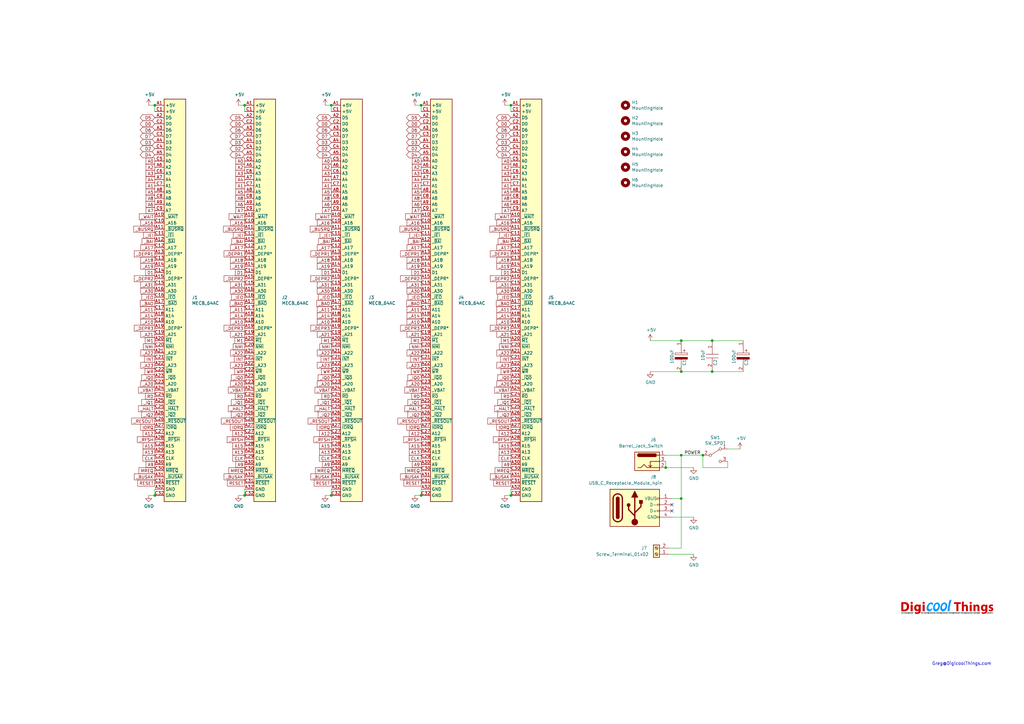
<source format=kicad_sch>
(kicad_sch (version 20230121) (generator eeschema)
  (paper "A3")
  (title_block (title "MECB (Minimalist Europe Card Bus) Backplane") (date "2021-10") (rev "1.1") (company "DigicoolThings.com") (comment 1 "Connectors 1-4 vertical. Connector 5 horizontal for board access or backplane expansion.") (comment 2 "Utilising economical (but robust and keyed!) 2 row only DIN 41612 (row AC) connectors.") (comment 3 "Standardised sub 100mm square PCB size for low cost prototype PCB manufacturing.") (comment 4 "Minimal ECB implementation as low cost option for modular hobbyist 8-bit retro projects."))
  (lib_symbols
    (symbol "Connector:Barrel_Jack_Switch" (pin_names hide)
      (property "Reference" "J" (at 0 5.334 0))
      (property "Value" "Barrel_Jack_Switch" (at 0 -5.08 0))
      (symbol "Barrel_Jack_Switch_1_1"
        (pin passive line (at 7.62 2.54 180) (length 2.54) (name "~") (number "1"))
        (pin passive line (at 7.62 -2.54 180) (length 2.54) (name "~") (number "2"))
        (pin passive line (at 7.62 0 180) (length 2.54) (name "~") (number "3"))
      )
    )
    (symbol "Connector:Screw_Terminal_01x02" (pin_names (offset 1.016) hide)
      (property "Reference" "J" (at 0 2.54 0))
      (property "Value" "Screw_Terminal_01x02" (at 0 -5.08 0))
      (symbol "Screw_Terminal_01x02_1_1"
        (pin passive line (at -5.08 0 0) (length 3.81) (name "Pin_1") (number "1"))
        (pin passive line (at -5.08 -2.54 0) (length 3.81) (name "Pin_2") (number "2"))
      )
    )
    (symbol "Mechanical:MountingHole" (pin_names (offset 1.016))
      (property "Reference" "H" (at 0 5.08 0))
      (property "Value" "MountingHole" (at 0 3.175 0))
    )
    (symbol "MyCustomSymbolLibrary:MECB_64AC"
      (property "Reference" "J" (at 0 85.09 0))
      (property "Value" "MECB_64AC" (at 6.35 1.27 90))
      (symbol "MECB_64AC_1_1"
        (pin power_out line (at -7.62 81.28 0) (length 3.81) (name "+5V") (number "A1"))
        (pin passive line (at -7.62 35.56 0) (length 3.81) (name "_~{WAIT}") (number "A10"))
        (pin passive line (at -7.62 30.48 0) (length 3.81) (name "_~{BUSRQ}") (number "A11"))
        (pin passive line (at -7.62 25.4 0) (length 3.81) (name "_~{BAI}") (number "A12"))
        (pin passive line (at -7.62 20.32 0) (length 3.81) (name "_DEPR*") (number "A13"))
        (pin passive line (at -7.62 15.24 0) (length 3.81) (name "_A19") (number "A14"))
        (pin passive line (at -7.62 10.16 0) (length 3.81) (name "_DEPR*") (number "A15"))
        (pin passive line (at -7.62 5.08 0) (length 3.81) (name "_A30") (number "A16"))
        (pin passive line (at -7.62 0 0) (length 3.81) (name "_~{BAO}") (number "A17"))
        (pin passive line (at -7.62 -5.08 0) (length 3.81) (name "A14") (number "A18"))
        (pin passive line (at -7.62 -10.16 0) (length 3.81) (name "_DEPR*") (number "A19"))
        (pin bidirectional line (at -7.62 76.2 0) (length 3.81) (name "D5") (number "A2"))
        (pin passive line (at -7.62 -15.24 0) (length 3.81) (name "~{M1}") (number "A20"))
        (pin passive line (at -7.62 -20.32 0) (length 3.81) (name "_A22") (number "A21"))
        (pin passive line (at -7.62 -25.4 0) (length 3.81) (name "_A23") (number "A22"))
        (pin passive line (at -7.62 -30.48 0) (length 3.81) (name "_~{IQ0}") (number "A23"))
        (pin passive line (at -7.62 -35.56 0) (length 3.81) (name "_VBAT") (number "A24"))
        (pin passive line (at -7.62 -40.64 0) (length 3.81) (name "_~{IQ1}") (number "A25"))
        (pin passive line (at -7.62 -45.72 0) (length 3.81) (name "_~{IQ2}") (number "A26"))
        (pin passive line (at -7.62 -50.8 0) (length 3.81) (name "~{IORQ}") (number "A27"))
        (pin passive line (at -7.62 -55.88 0) (length 3.81) (name "_~{RFSH}") (number "A28"))
        (pin passive line (at -7.62 -60.96 0) (length 3.81) (name "A13") (number "A29"))
        (pin bidirectional line (at -7.62 71.12 0) (length 3.81) (name "D6") (number "A3"))
        (pin passive line (at -7.62 -66.04 0) (length 3.81) (name "A9") (number "A30"))
        (pin passive line (at -7.62 -71.12 0) (length 3.81) (name "_~{BUSAK}") (number "A31"))
        (pin power_out line (at -7.62 -76.2 0) (length 3.81) (name "GND") (number "A32"))
        (pin bidirectional line (at -7.62 66.04 0) (length 3.81) (name "D3") (number "A4"))
        (pin bidirectional line (at -7.62 60.96 0) (length 3.81) (name "D4") (number "A5"))
        (pin passive line (at -7.62 55.88 0) (length 3.81) (name "A2") (number "A6"))
        (pin passive line (at -7.62 50.8 0) (length 3.81) (name "A4") (number "A7"))
        (pin passive line (at -7.62 45.72 0) (length 3.81) (name "A5") (number "A8"))
        (pin passive line (at -7.62 40.64 0) (length 3.81) (name "A6") (number "A9"))
        (pin power_out line (at -7.62 78.74 0) (length 3.81) (name "+5V") (number "C1"))
        (pin passive line (at -7.62 33.02 0) (length 3.81) (name "_A16") (number "C10"))
        (pin passive line (at -7.62 27.94 0) (length 3.81) (name "_~{IEI}") (number "C11"))
        (pin passive line (at -7.62 22.86 0) (length 3.81) (name "_A17") (number "C12"))
        (pin passive line (at -7.62 17.78 0) (length 3.81) (name "_A18") (number "C13"))
        (pin bidirectional line (at -7.62 12.7 0) (length 3.81) (name "D1") (number "C14"))
        (pin passive line (at -7.62 7.62 0) (length 3.81) (name "_A31") (number "C15"))
        (pin passive line (at -7.62 2.54 0) (length 3.81) (name "_~{IEO}") (number "C16"))
        (pin passive line (at -7.62 -2.54 0) (length 3.81) (name "A11") (number "C17"))
        (pin passive line (at -7.62 -7.62 0) (length 3.81) (name "A10") (number "C18"))
        (pin passive line (at -7.62 -12.7 0) (length 3.81) (name "_A21") (number "C19"))
        (pin bidirectional line (at -7.62 73.66 0) (length 3.81) (name "D0") (number "C2"))
        (pin passive line (at -7.62 -17.78 0) (length 3.81) (name "~{NMI}") (number "C20"))
        (pin passive line (at -7.62 -22.86 0) (length 3.81) (name "~{INT}") (number "C21"))
        (pin passive line (at -7.62 -27.94 0) (length 3.81) (name "~{WR}") (number "C22"))
        (pin passive line (at -7.62 -33.02 0) (length 3.81) (name "_A20") (number "C23"))
        (pin passive line (at -7.62 -38.1 0) (length 3.81) (name "~{RD}") (number "C24"))
        (pin passive line (at -7.62 -43.18 0) (length 3.81) (name "_~{HALT}") (number "C25"))
        (pin passive line (at -7.62 -48.26 0) (length 3.81) (name "_~{RESOUT}") (number "C26"))
        (pin passive line (at -7.62 -53.34 0) (length 3.81) (name "A12") (number "C27"))
        (pin passive line (at -7.62 -58.42 0) (length 3.81) (name "A15") (number "C28"))
        (pin passive line (at -7.62 -63.5 0) (length 3.81) (name "CLK") (number "C29"))
        (pin bidirectional line (at -7.62 68.58 0) (length 3.81) (name "D7") (number "C3"))
        (pin passive line (at -7.62 -68.58 0) (length 3.81) (name "~{MREQ}") (number "C30"))
        (pin passive line (at -7.62 -73.66 0) (length 3.81) (name "~{RESET}") (number "C31"))
        (pin power_out line (at -7.62 -78.74 0) (length 3.81) (name "GND") (number "C32"))
        (pin bidirectional line (at -7.62 63.5 0) (length 3.81) (name "D2") (number "C4"))
        (pin passive line (at -7.62 58.42 0) (length 3.81) (name "A0") (number "C5"))
        (pin passive line (at -7.62 53.34 0) (length 3.81) (name "A3") (number "C6"))
        (pin passive line (at -7.62 48.26 0) (length 3.81) (name "A1") (number "C7"))
        (pin passive line (at -7.62 43.18 0) (length 3.81) (name "A8") (number "C8"))
        (pin passive line (at -7.62 38.1 0) (length 3.81) (name "A7") (number "C9"))
      )
    )
    (symbol "MyCustomSymbolLibrary:USB_C_Receptacle_Module_4pin" (pin_names (offset 1.016))
      (property "Reference" "J" (at -0.762 -9.144 0))
      (property "Value" "USB_C_Receptacle_Module_4pin" (at 15.494 9.398 0))
      (symbol "USB_C_Receptacle_Module_4pin_1_1"
        (pin passive line (at 15.24 3.81 180) (length 5.08) (name "VBUS") (number "1"))
        (pin bidirectional line (at 15.24 1.27 180) (length 5.08) (name "D-") (number "2"))
        (pin bidirectional line (at 15.24 -1.27 180) (length 5.08) (name "D+") (number "3"))
        (pin passive line (at 15.24 -3.81 180) (length 5.08) (name "GND") (number "4"))
      )
    )
    (symbol "SamacSys_Parts:ECE-A1CKA101B" (pin_names (offset 0.762))
      (property "Reference" "C" (at 8.89 6.35 0))
      (property "Value" "ECE-A1CKA101B" (at 8.89 3.81 0))
      (symbol "ECE-A1CKA101B_0_0"
        (pin passive line (at 0 0 0) (length 2.54) (name "~") (number "1"))
        (pin passive line (at 12.7 0 180) (length 2.54) (name "~") (number "2"))
      )
    )
    (symbol "SamacSys_Parts:FG24X7R1A106KRT06" (pin_names (offset 0.762))
      (property "Reference" "C" (at 8.89 6.35 0))
      (property "Value" "FG24X7R1A106KRT06" (at 8.89 3.81 0))
      (symbol "FG24X7R1A106KRT06_0_0"
        (pin passive line (at 0 0 0) (length 5.08) (name "~") (number "1"))
        (pin passive line (at 12.7 0 180) (length 5.08) (name "~") (number "2"))
      )
    )
    (symbol "Switch:SW_SPDT" (pin_names (offset 0) hide)
      (property "Reference" "SW" (at 0 4.318 0))
      (property "Value" "SW_SPDT" (at 0 -5.08 0))
      (symbol "SW_SPDT_1_1"
        (pin passive line (at 5.08 2.54 180) (length 2.54) (name "A") (number "1"))
        (pin passive line (at -5.08 0 0) (length 2.54) (name "B") (number "2"))
        (pin passive line (at 5.08 -2.54 180) (length 2.54) (name "C") (number "3"))
      )
    )
    (symbol "power:+5V" (power) (pin_names (offset 0))
      (property "Value" "+5V" (at 0 3.556 0))
      (symbol "+5V_1_1"
        (pin power_in line (at 0 0 90) (length 0) hide (name "+5V") (number "1"))
      )
    )
    (symbol "power:GND" (power) (pin_names (offset 0))
      (property "Value" "GND" (at 0 -3.81 0))
      (symbol "GND_1_1"
        (pin power_in line (at 0 0 270) (length 0) hide (name "GND") (number "1"))
      )
    )
  )
  (junction (at 63.5 43.18))
  (junction (at 279.4 152.4))
  (junction (at 100.33 43.18))
  (junction (at 209.55 43.18))
  (junction (at 63.5 203.2))
  (junction (at 288.29 186.69))
  (junction (at 292.1 139.7))
  (junction (at 100.33 203.2))
  (junction (at 279.4 139.7))
  (junction (at 135.89 43.18))
  (junction (at 279.4 186.69))
  (junction (at 292.1 152.4))
  (junction (at 273.05 191.77))
  (junction (at 172.72 43.18))
  (junction (at 279.4 204.47))
  (junction (at 209.55 203.2))
  (junction (at 135.89 203.2))
  (junction (at 172.72 203.2))
  (no_connect (at 275.59 207.01))
  (no_connect (at 275.59 209.55))
  (wire (pts (xy 279.4 152.4) (xy 292.1 152.4)))
  (wire (pts (xy 207.01 43.18) (xy 209.55 43.18)))
  (wire (pts (xy 97.79 203.2) (xy 100.33 203.2)))
  (wire (pts (xy 279.4 139.7) (xy 292.1 139.7)))
  (wire (pts (xy 279.4 224.79) (xy 274.32 224.79)))
  (wire (pts (xy 135.89 43.18) (xy 135.89 45.72)))
  (wire (pts (xy 97.79 43.18) (xy 100.33 43.18)))
  (wire (pts (xy 63.5 43.18) (xy 63.5 45.72)))
  (wire (pts (xy 279.4 204.47) (xy 279.4 186.69)))
  (wire (pts (xy 266.7 139.7) (xy 279.4 139.7)))
  (wire (pts (xy 209.55 203.2) (xy 209.55 200.66)))
  (wire (pts (xy 298.45 189.23) (xy 298.45 191.77)))
  (wire (pts (xy 288.29 191.77) (xy 288.29 186.69)))
  (wire (pts (xy 172.72 43.18) (xy 172.72 45.72)))
  (wire (pts (xy 298.45 184.15) (xy 303.53 184.15)))
  (wire (pts (xy 133.35 203.2) (xy 135.89 203.2)))
  (wire (pts (xy 275.59 212.09) (xy 284.48 212.09)))
  (wire (pts (xy 279.4 204.47) (xy 279.4 224.79)))
  (wire (pts (xy 133.35 43.18) (xy 135.89 43.18)))
  (wire (pts (xy 292.1 139.7) (xy 304.8 139.7)))
  (wire (pts (xy 273.05 191.77) (xy 284.48 191.77)))
  (wire (pts (xy 273.05 186.69) (xy 279.4 186.69)))
  (wire (pts (xy 170.18 203.2) (xy 172.72 203.2)))
  (wire (pts (xy 60.96 203.2) (xy 63.5 203.2)))
  (wire (pts (xy 209.55 43.18) (xy 209.55 45.72)))
  (wire (pts (xy 274.32 227.33) (xy 284.48 227.33)))
  (wire (pts (xy 292.1 152.4) (xy 304.8 152.4)))
  (wire (pts (xy 279.4 186.69) (xy 288.29 186.69)))
  (wire (pts (xy 100.33 43.18) (xy 100.33 45.72)))
  (wire (pts (xy 298.45 191.77) (xy 288.29 191.77)))
  (wire (pts (xy 275.59 204.47) (xy 279.4 204.47)))
  (wire (pts (xy 207.01 203.2) (xy 209.55 203.2)))
  (wire (pts (xy 60.96 43.18) (xy 63.5 43.18)))
  (wire (pts (xy 100.33 203.2) (xy 100.33 200.66)))
  (wire (pts (xy 266.7 152.4) (xy 279.4 152.4)))
  (wire (pts (xy 135.89 203.2) (xy 135.89 200.66)))
  (wire (pts (xy 170.18 43.18) (xy 172.72 43.18)))
  (wire (pts (xy 172.72 203.2) (xy 172.72 200.66)))
  (wire (pts (xy 273.05 189.23) (xy 273.05 191.77)))
  (wire (pts (xy 63.5 203.2) (xy 63.5 200.66)))
  (image (at 388.62 248.92))
  (text "Greg@DigicoolThings.com" (at 382.27 273.05 0) (effects (font (size 1.27 1.27)) (justify left bottom)))
  (label "POWER" (at 280.67 186.69 0))
  (global_label "INT" (shape passive) (at 135.89 147.32 180) (property "Intersheetrefs" "${INTERSHEET_REFS}" (effects hide)))
  (global_label "A1" (shape passive) (at 135.89 76.2 180) (property "Intersheetrefs" "${INTERSHEET_REFS}" (effects hide)))
  (global_label "_A20" (shape passive) (at 209.55 157.48 180) (property "Intersheetrefs" "${INTERSHEET_REFS}" (effects hide)))
  (global_label "A2" (shape passive) (at 100.33 68.58 180) (property "Intersheetrefs" "${INTERSHEET_REFS}" (effects hide)))
  (global_label "D4" (shape bidirectional) (at 100.33 63.5 180) (property "Intersheetrefs" "${INTERSHEET_REFS}" (effects hide)))
  (global_label "IORQ" (shape passive) (at 100.33 175.26 180) (property "Intersheetrefs" "${INTERSHEET_REFS}" (effects hide)))
  (global_label "_A18" (shape passive) (at 135.89 106.68 180) (property "Intersheetrefs" "${INTERSHEET_REFS}" (effects hide)))
  (global_label "D0" (shape bidirectional) (at 135.89 50.8 180) (property "Intersheetrefs" "${INTERSHEET_REFS}" (effects hide)))
  (global_label "_RESOUT" (shape passive) (at 172.72 172.72 180) (property "Intersheetrefs" "${INTERSHEET_REFS}" (effects hide)))
  (global_label "RD" (shape passive) (at 172.72 162.56 180) (property "Intersheetrefs" "${INTERSHEET_REFS}" (effects hide)))
  (global_label "A6" (shape passive) (at 63.5 83.82 180) (property "Intersheetrefs" "${INTERSHEET_REFS}" (effects hide)))
  (global_label "A5" (shape passive) (at 172.72 78.74 180) (property "Intersheetrefs" "${INTERSHEET_REFS}" (effects hide)))
  (global_label "NMI" (shape passive) (at 135.89 142.24 180) (property "Intersheetrefs" "${INTERSHEET_REFS}" (effects hide)))
  (global_label "_A23" (shape passive) (at 209.55 149.86 180) (property "Intersheetrefs" "${INTERSHEET_REFS}" (effects hide)))
  (global_label "_A23" (shape passive) (at 135.89 149.86 180) (property "Intersheetrefs" "${INTERSHEET_REFS}" (effects hide)))
  (global_label "_A10" (shape passive) (at 209.55 132.08 180) (property "Intersheetrefs" "${INTERSHEET_REFS}" (effects hide)))
  (global_label "_A18" (shape passive) (at 63.5 106.68 180) (property "Intersheetrefs" "${INTERSHEET_REFS}" (effects hide)))
  (global_label "_A22" (shape passive) (at 135.89 144.78 180) (property "Intersheetrefs" "${INTERSHEET_REFS}" (effects hide)))
  (global_label "D1" (shape passive) (at 172.72 111.76 180) (property "Intersheetrefs" "${INTERSHEET_REFS}" (effects hide)))
  (global_label "D1" (shape passive) (at 209.55 111.76 180) (property "Intersheetrefs" "${INTERSHEET_REFS}" (effects hide)))
  (global_label "D6" (shape bidirectional) (at 209.55 53.34 180) (property "Intersheetrefs" "${INTERSHEET_REFS}" (effects hide)))
  (global_label "RD" (shape passive) (at 63.5 162.56 180) (property "Intersheetrefs" "${INTERSHEET_REFS}" (effects hide)))
  (global_label "_BAI" (shape passive) (at 63.5 99.06 180) (property "Intersheetrefs" "${INTERSHEET_REFS}" (effects hide)))
  (global_label "D3" (shape bidirectional) (at 100.33 58.42 180) (property "Intersheetrefs" "${INTERSHEET_REFS}" (effects hide)))
  (global_label "_IQ1" (shape passive) (at 100.33 165.1 180) (property "Intersheetrefs" "${INTERSHEET_REFS}" (effects hide)))
  (global_label "_A10" (shape passive) (at 172.72 132.08 180) (property "Intersheetrefs" "${INTERSHEET_REFS}" (effects hide)))
  (global_label "_A20" (shape passive) (at 135.89 157.48 180) (property "Intersheetrefs" "${INTERSHEET_REFS}" (effects hide)))
  (global_label "_A19" (shape passive) (at 63.5 109.22 180) (property "Intersheetrefs" "${INTERSHEET_REFS}" (effects hide)))
  (global_label "CLK" (shape passive) (at 209.55 187.96 180) (property "Intersheetrefs" "${INTERSHEET_REFS}" (effects hide)))
  (global_label "A7" (shape passive) (at 63.5 86.36 180) (property "Intersheetrefs" "${INTERSHEET_REFS}" (effects hide)))
  (global_label "A1" (shape passive) (at 63.5 76.2 180) (property "Intersheetrefs" "${INTERSHEET_REFS}" (effects hide)))
  (global_label "RESET" (shape passive) (at 172.72 198.12 180) (property "Intersheetrefs" "${INTERSHEET_REFS}" (effects hide)))
  (global_label "_IEI" (shape passive) (at 63.5 96.52 180) (property "Intersheetrefs" "${INTERSHEET_REFS}" (effects hide)))
  (global_label "_IEI" (shape passive) (at 172.72 96.52 180) (property "Intersheetrefs" "${INTERSHEET_REFS}" (effects hide)))
  (global_label "_IQ2" (shape passive) (at 209.55 170.18 180) (property "Intersheetrefs" "${INTERSHEET_REFS}" (effects hide)))
  (global_label "_VBAT" (shape passive) (at 135.89 160.02 180) (property "Intersheetrefs" "${INTERSHEET_REFS}" (effects hide)))
  (global_label "MREQ" (shape passive) (at 209.55 193.04 180) (property "Intersheetrefs" "${INTERSHEET_REFS}" (effects hide)))
  (global_label "_A17" (shape passive) (at 135.89 101.6 180) (property "Intersheetrefs" "${INTERSHEET_REFS}" (effects hide)))
  (global_label "MREQ" (shape passive) (at 100.33 193.04 180) (property "Intersheetrefs" "${INTERSHEET_REFS}" (effects hide)))
  (global_label "A7" (shape passive) (at 135.89 86.36 180) (property "Intersheetrefs" "${INTERSHEET_REFS}" (effects hide)))
  (global_label "D0" (shape bidirectional) (at 172.72 50.8 180) (property "Intersheetrefs" "${INTERSHEET_REFS}" (effects hide)))
  (global_label "D1" (shape passive) (at 100.33 111.76 180) (property "Intersheetrefs" "${INTERSHEET_REFS}" (effects hide)))
  (global_label "RESET" (shape passive) (at 100.33 198.12 180) (property "Intersheetrefs" "${INTERSHEET_REFS}" (effects hide)))
  (global_label "_DEPR2" (shape passive) (at 63.5 114.3 180) (property "Intersheetrefs" "${INTERSHEET_REFS}" (effects hide)))
  (global_label "_HALT" (shape passive) (at 63.5 167.64 180) (property "Intersheetrefs" "${INTERSHEET_REFS}" (effects hide)))
  (global_label "NMI" (shape passive) (at 100.33 142.24 180) (property "Intersheetrefs" "${INTERSHEET_REFS}" (effects hide)))
  (global_label "_A16" (shape passive) (at 100.33 91.44 180) (property "Intersheetrefs" "${INTERSHEET_REFS}" (effects hide)))
  (global_label "CLK" (shape passive) (at 100.33 187.96 180) (property "Intersheetrefs" "${INTERSHEET_REFS}" (effects hide)))
  (global_label "_A21" (shape passive) (at 135.89 137.16 180) (property "Intersheetrefs" "${INTERSHEET_REFS}" (effects hide)))
  (global_label "A1" (shape passive) (at 209.55 76.2 180) (property "Intersheetrefs" "${INTERSHEET_REFS}" (effects hide)))
  (global_label "_HALT" (shape passive) (at 209.55 167.64 180) (property "Intersheetrefs" "${INTERSHEET_REFS}" (effects hide)))
  (global_label "_DEPR1" (shape passive) (at 63.5 104.14 180) (property "Intersheetrefs" "${INTERSHEET_REFS}" (effects hide)))
  (global_label "_IQ0" (shape passive) (at 100.33 154.94 180) (property "Intersheetrefs" "${INTERSHEET_REFS}" (effects hide)))
  (global_label "_IEO" (shape passive) (at 63.5 121.92 180) (property "Intersheetrefs" "${INTERSHEET_REFS}" (effects hide)))
  (global_label "A7" (shape passive) (at 209.55 86.36 180) (property "Intersheetrefs" "${INTERSHEET_REFS}" (effects hide)))
  (global_label "_DEPR3" (shape passive) (at 63.5 134.62 180) (property "Intersheetrefs" "${INTERSHEET_REFS}" (effects hide)))
  (global_label "_DEPR1" (shape passive) (at 172.72 104.14 180) (property "Intersheetrefs" "${INTERSHEET_REFS}" (effects hide)))
  (global_label "A13" (shape passive) (at 63.5 185.42 180) (property "Intersheetrefs" "${INTERSHEET_REFS}" (effects hide)))
  (global_label "_A20" (shape passive) (at 63.5 157.48 180) (property "Intersheetrefs" "${INTERSHEET_REFS}" (effects hide)))
  (global_label "A2" (shape passive) (at 135.89 68.58 180) (property "Intersheetrefs" "${INTERSHEET_REFS}" (effects hide)))
  (global_label "_IQ1" (shape passive) (at 172.72 165.1 180) (property "Intersheetrefs" "${INTERSHEET_REFS}" (effects hide)))
  (global_label "IORQ" (shape passive) (at 135.89 175.26 180) (property "Intersheetrefs" "${INTERSHEET_REFS}" (effects hide)))
  (global_label "_VBAT" (shape passive) (at 100.33 160.02 180) (property "Intersheetrefs" "${INTERSHEET_REFS}" (effects hide)))
  (global_label "A1" (shape passive) (at 172.72 76.2 180) (property "Intersheetrefs" "${INTERSHEET_REFS}" (effects hide)))
  (global_label "_BAO" (shape passive) (at 172.72 124.46 180) (property "Intersheetrefs" "${INTERSHEET_REFS}" (effects hide)))
  (global_label "_IQ0" (shape passive) (at 63.5 154.94 180) (property "Intersheetrefs" "${INTERSHEET_REFS}" (effects hide)))
  (global_label "_DEPR2" (shape passive) (at 100.33 114.3 180) (property "Intersheetrefs" "${INTERSHEET_REFS}" (effects hide)))
  (global_label "_RESOUT" (shape passive) (at 63.5 172.72 180) (property "Intersheetrefs" "${INTERSHEET_REFS}" (effects hide)))
  (global_label "A0" (shape passive) (at 172.72 66.04 180) (property "Intersheetrefs" "${INTERSHEET_REFS}" (effects hide)))
  (global_label "RD" (shape passive) (at 135.89 162.56 180) (property "Intersheetrefs" "${INTERSHEET_REFS}" (effects hide)))
  (global_label "_A30" (shape passive) (at 63.5 119.38 180) (property "Intersheetrefs" "${INTERSHEET_REFS}" (effects hide)))
  (global_label "_A11" (shape passive) (at 63.5 127 180) (property "Intersheetrefs" "${INTERSHEET_REFS}" (effects hide)))
  (global_label "D3" (shape bidirectional) (at 172.72 58.42 180) (property "Intersheetrefs" "${INTERSHEET_REFS}" (effects hide)))
  (global_label "A12" (shape passive) (at 209.55 177.8 180) (property "Intersheetrefs" "${INTERSHEET_REFS}" (effects hide)))
  (global_label "A8" (shape passive) (at 172.72 81.28 180) (property "Intersheetrefs" "${INTERSHEET_REFS}" (effects hide)))
  (global_label "_RESOUT" (shape passive) (at 135.89 172.72 180) (property "Intersheetrefs" "${INTERSHEET_REFS}" (effects hide)))
  (global_label "D7" (shape bidirectional) (at 172.72 55.88 180) (property "Intersheetrefs" "${INTERSHEET_REFS}" (effects hide)))
  (global_label "A0" (shape passive) (at 100.33 66.04 180) (property "Intersheetrefs" "${INTERSHEET_REFS}" (effects hide)))
  (global_label "CLK" (shape passive) (at 172.72 187.96 180) (property "Intersheetrefs" "${INTERSHEET_REFS}" (effects hide)))
  (global_label "_DEPR3" (shape passive) (at 172.72 134.62 180) (property "Intersheetrefs" "${INTERSHEET_REFS}" (effects hide)))
  (global_label "A15" (shape passive) (at 100.33 182.88 180) (property "Intersheetrefs" "${INTERSHEET_REFS}" (effects hide)))
  (global_label "_IEO" (shape passive) (at 135.89 121.92 180) (property "Intersheetrefs" "${INTERSHEET_REFS}" (effects hide)))
  (global_label "NMI" (shape passive) (at 209.55 142.24 180) (property "Intersheetrefs" "${INTERSHEET_REFS}" (effects hide)))
  (global_label "_HALT" (shape passive) (at 135.89 167.64 180) (property "Intersheetrefs" "${INTERSHEET_REFS}" (effects hide)))
  (global_label "WR" (shape passive) (at 172.72 152.4 180) (property "Intersheetrefs" "${INTERSHEET_REFS}" (effects hide)))
  (global_label "D2" (shape bidirectional) (at 209.55 60.96 180) (property "Intersheetrefs" "${INTERSHEET_REFS}" (effects hide)))
  (global_label "A4" (shape passive) (at 209.55 73.66 180) (property "Intersheetrefs" "${INTERSHEET_REFS}" (effects hide)))
  (global_label "A3" (shape passive) (at 172.72 71.12 180) (property "Intersheetrefs" "${INTERSHEET_REFS}" (effects hide)))
  (global_label "_A18" (shape passive) (at 209.55 106.68 180) (property "Intersheetrefs" "${INTERSHEET_REFS}" (effects hide)))
  (global_label "_A30" (shape passive) (at 172.72 119.38 180) (property "Intersheetrefs" "${INTERSHEET_REFS}" (effects hide)))
  (global_label "A8" (shape passive) (at 135.89 81.28 180) (property "Intersheetrefs" "${INTERSHEET_REFS}" (effects hide)))
  (global_label "A3" (shape passive) (at 63.5 71.12 180) (property "Intersheetrefs" "${INTERSHEET_REFS}" (effects hide)))
  (global_label "_A11" (shape passive) (at 172.72 127 180) (property "Intersheetrefs" "${INTERSHEET_REFS}" (effects hide)))
  (global_label "_A19" (shape passive) (at 135.89 109.22 180) (property "Intersheetrefs" "${INTERSHEET_REFS}" (effects hide)))
  (global_label "_A16" (shape passive) (at 209.55 91.44 180) (property "Intersheetrefs" "${INTERSHEET_REFS}" (effects hide)))
  (global_label "D7" (shape bidirectional) (at 135.89 55.88 180) (property "Intersheetrefs" "${INTERSHEET_REFS}" (effects hide)))
  (global_label "_A30" (shape passive) (at 209.55 119.38 180) (property "Intersheetrefs" "${INTERSHEET_REFS}" (effects hide)))
  (global_label "D7" (shape bidirectional) (at 209.55 55.88 180) (property "Intersheetrefs" "${INTERSHEET_REFS}" (effects hide)))
  (global_label "_BAO" (shape passive) (at 135.89 124.46 180) (property "Intersheetrefs" "${INTERSHEET_REFS}" (effects hide)))
  (global_label "_IEI" (shape passive) (at 100.33 96.52 180) (property "Intersheetrefs" "${INTERSHEET_REFS}" (effects hide)))
  (global_label "A3" (shape passive) (at 135.89 71.12 180) (property "Intersheetrefs" "${INTERSHEET_REFS}" (effects hide)))
  (global_label "_RESOUT" (shape passive) (at 100.33 172.72 180) (property "Intersheetrefs" "${INTERSHEET_REFS}" (effects hide)))
  (global_label "WR" (shape passive) (at 135.89 152.4 180) (property "Intersheetrefs" "${INTERSHEET_REFS}" (effects hide)))
  (global_label "_A30" (shape passive) (at 100.33 119.38 180) (property "Intersheetrefs" "${INTERSHEET_REFS}" (effects hide)))
  (global_label "A5" (shape passive) (at 135.89 78.74 180) (property "Intersheetrefs" "${INTERSHEET_REFS}" (effects hide)))
  (global_label "_BUSRQ" (shape passive) (at 63.5 93.98 180) (property "Intersheetrefs" "${INTERSHEET_REFS}" (effects hide)))
  (global_label "D5" (shape bidirectional) (at 63.5 48.26 180) (property "Intersheetrefs" "${INTERSHEET_REFS}" (effects hide)))
  (global_label "_RFSH" (shape passive) (at 63.5 180.34 180) (property "Intersheetrefs" "${INTERSHEET_REFS}" (effects hide)))
  (global_label "D2" (shape bidirectional) (at 63.5 60.96 180) (property "Intersheetrefs" "${INTERSHEET_REFS}" (effects hide)))
  (global_label "_BUSAK" (shape passive) (at 63.5 195.58 180) (property "Intersheetrefs" "${INTERSHEET_REFS}" (effects hide)))
  (global_label "_IQ1" (shape passive) (at 209.55 165.1 180) (property "Intersheetrefs" "${INTERSHEET_REFS}" (effects hide)))
  (global_label "_DEPR3" (shape passive) (at 135.89 134.62 180) (property "Intersheetrefs" "${INTERSHEET_REFS}" (effects hide)))
  (global_label "_A17" (shape passive) (at 209.55 101.6 180) (property "Intersheetrefs" "${INTERSHEET_REFS}" (effects hide)))
  (global_label "_A31" (shape passive) (at 135.89 116.84 180) (property "Intersheetrefs" "${INTERSHEET_REFS}" (effects hide)))
  (global_label "D3" (shape bidirectional) (at 135.89 58.42 180) (property "Intersheetrefs" "${INTERSHEET_REFS}" (effects hide)))
  (global_label "_WAIT" (shape passive) (at 209.55 88.9 180) (property "Intersheetrefs" "${INTERSHEET_REFS}" (effects hide)))
  (global_label "IORQ" (shape passive) (at 172.72 175.26 180) (property "Intersheetrefs" "${INTERSHEET_REFS}" (effects hide)))
  (global_label "_DEPR1" (shape passive) (at 100.33 104.14 180) (property "Intersheetrefs" "${INTERSHEET_REFS}" (effects hide)))
  (global_label "_BUSRQ" (shape passive) (at 135.89 93.98 180) (property "Intersheetrefs" "${INTERSHEET_REFS}" (effects hide)))
  (global_label "_A17" (shape passive) (at 63.5 101.6 180) (property "Intersheetrefs" "${INTERSHEET_REFS}" (effects hide)))
  (global_label "_A18" (shape passive) (at 172.72 106.68 180) (property "Intersheetrefs" "${INTERSHEET_REFS}" (effects hide)))
  (global_label "_A16" (shape passive) (at 63.5 91.44 180) (property "Intersheetrefs" "${INTERSHEET_REFS}" (effects hide)))
  (global_label "D4" (shape bidirectional) (at 63.5 63.5 180) (property "Intersheetrefs" "${INTERSHEET_REFS}" (effects hide)))
  (global_label "A15" (shape passive) (at 172.72 182.88 180) (property "Intersheetrefs" "${INTERSHEET_REFS}" (effects hide)))
  (global_label "_A14" (shape passive) (at 100.33 129.54 180) (property "Intersheetrefs" "${INTERSHEET_REFS}" (effects hide)))
  (global_label "_IQ2" (shape passive) (at 135.89 170.18 180) (property "Intersheetrefs" "${INTERSHEET_REFS}" (effects hide)))
  (global_label "_A10" (shape passive) (at 100.33 132.08 180) (property "Intersheetrefs" "${INTERSHEET_REFS}" (effects hide)))
  (global_label "_A19" (shape passive) (at 209.55 109.22 180) (property "Intersheetrefs" "${INTERSHEET_REFS}" (effects hide)))
  (global_label "M1" (shape passive) (at 135.89 139.7 180) (property "Intersheetrefs" "${INTERSHEET_REFS}" (effects hide)))
  (global_label "D3" (shape bidirectional) (at 63.5 58.42 180) (property "Intersheetrefs" "${INTERSHEET_REFS}" (effects hide)))
  (global_label "_DEPR1" (shape passive) (at 209.55 104.14 180) (property "Intersheetrefs" "${INTERSHEET_REFS}" (effects hide)))
  (global_label "A8" (shape passive) (at 100.33 81.28 180) (property "Intersheetrefs" "${INTERSHEET_REFS}" (effects hide)))
  (global_label "_DEPR2" (shape passive) (at 172.72 114.3 180) (property "Intersheetrefs" "${INTERSHEET_REFS}" (effects hide)))
  (global_label "_BAI" (shape passive) (at 209.55 99.06 180) (property "Intersheetrefs" "${INTERSHEET_REFS}" (effects hide)))
  (global_label "D4" (shape bidirectional) (at 209.55 63.5 180) (property "Intersheetrefs" "${INTERSHEET_REFS}" (effects hide)))
  (global_label "D1" (shape passive) (at 135.89 111.76 180) (property "Intersheetrefs" "${INTERSHEET_REFS}" (effects hide)))
  (global_label "_A14" (shape passive) (at 63.5 129.54 180) (property "Intersheetrefs" "${INTERSHEET_REFS}" (effects hide)))
  (global_label "_BUSAK" (shape passive) (at 172.72 195.58 180) (property "Intersheetrefs" "${INTERSHEET_REFS}" (effects hide)))
  (global_label "D4" (shape bidirectional) (at 135.89 63.5 180) (property "Intersheetrefs" "${INTERSHEET_REFS}" (effects hide)))
  (global_label "INT" (shape passive) (at 100.33 147.32 180) (property "Intersheetrefs" "${INTERSHEET_REFS}" (effects hide)))
  (global_label "D2" (shape bidirectional) (at 135.89 60.96 180) (property "Intersheetrefs" "${INTERSHEET_REFS}" (effects hide)))
  (global_label "A2" (shape passive) (at 172.72 68.58 180) (property "Intersheetrefs" "${INTERSHEET_REFS}" (effects hide)))
  (global_label "D5" (shape bidirectional) (at 172.72 48.26 180) (property "Intersheetrefs" "${INTERSHEET_REFS}" (effects hide)))
  (global_label "_A21" (shape passive) (at 209.55 137.16 180) (property "Intersheetrefs" "${INTERSHEET_REFS}" (effects hide)))
  (global_label "RESET" (shape passive) (at 209.55 198.12 180) (property "Intersheetrefs" "${INTERSHEET_REFS}" (effects hide)))
  (global_label "_IQ1" (shape passive) (at 63.5 165.1 180) (property "Intersheetrefs" "${INTERSHEET_REFS}" (effects hide)))
  (global_label "A0" (shape passive) (at 135.89 66.04 180) (property "Intersheetrefs" "${INTERSHEET_REFS}" (effects hide)))
  (global_label "_A23" (shape passive) (at 100.33 149.86 180) (property "Intersheetrefs" "${INTERSHEET_REFS}" (effects hide)))
  (global_label "_DEPR3" (shape passive) (at 100.33 134.62 180) (property "Intersheetrefs" "${INTERSHEET_REFS}" (effects hide)))
  (global_label "IORQ" (shape passive) (at 209.55 175.26 180) (property "Intersheetrefs" "${INTERSHEET_REFS}" (effects hide)))
  (global_label "RD" (shape passive) (at 100.33 162.56 180) (property "Intersheetrefs" "${INTERSHEET_REFS}" (effects hide)))
  (global_label "A4" (shape passive) (at 63.5 73.66 180) (property "Intersheetrefs" "${INTERSHEET_REFS}" (effects hide)))
  (global_label "_A14" (shape passive) (at 135.89 129.54 180) (property "Intersheetrefs" "${INTERSHEET_REFS}" (effects hide)))
  (global_label "_A22" (shape passive) (at 209.55 144.78 180) (property "Intersheetrefs" "${INTERSHEET_REFS}" (effects hide)))
  (global_label "A4" (shape passive) (at 135.89 73.66 180) (property "Intersheetrefs" "${INTERSHEET_REFS}" (effects hide)))
  (global_label "M1" (shape passive) (at 63.5 139.7 180) (property "Intersheetrefs" "${INTERSHEET_REFS}" (effects hide)))
  (global_label "A12" (shape passive) (at 135.89 177.8 180) (property "Intersheetrefs" "${INTERSHEET_REFS}" (effects hide)))
  (global_label "_A19" (shape passive) (at 100.33 109.22 180) (property "Intersheetrefs" "${INTERSHEET_REFS}" (effects hide)))
  (global_label "_A23" (shape passive) (at 63.5 149.86 180) (property "Intersheetrefs" "${INTERSHEET_REFS}" (effects hide)))
  (global_label "_HALT" (shape passive) (at 172.72 167.64 180) (property "Intersheetrefs" "${INTERSHEET_REFS}" (effects hide)))
  (global_label "D5" (shape bidirectional) (at 100.33 48.26 180) (property "Intersheetrefs" "${INTERSHEET_REFS}" (effects hide)))
  (global_label "WR" (shape passive) (at 209.55 152.4 180) (property "Intersheetrefs" "${INTERSHEET_REFS}" (effects hide)))
  (global_label "D5" (shape bidirectional) (at 135.89 48.26 180) (property "Intersheetrefs" "${INTERSHEET_REFS}" (effects hide)))
  (global_label "IORQ" (shape passive) (at 63.5 175.26 180) (property "Intersheetrefs" "${INTERSHEET_REFS}" (effects hide)))
  (global_label "_A21" (shape passive) (at 100.33 137.16 180) (property "Intersheetrefs" "${INTERSHEET_REFS}" (effects hide)))
  (global_label "_IEI" (shape passive) (at 209.55 96.52 180) (property "Intersheetrefs" "${INTERSHEET_REFS}" (effects hide)))
  (global_label "D2" (shape bidirectional) (at 172.72 60.96 180) (property "Intersheetrefs" "${INTERSHEET_REFS}" (effects hide)))
  (global_label "_A17" (shape passive) (at 100.33 101.6 180) (property "Intersheetrefs" "${INTERSHEET_REFS}" (effects hide)))
  (global_label "INT" (shape passive) (at 209.55 147.32 180) (property "Intersheetrefs" "${INTERSHEET_REFS}" (effects hide)))
  (global_label "A15" (shape passive) (at 135.89 182.88 180) (property "Intersheetrefs" "${INTERSHEET_REFS}" (effects hide)))
  (global_label "_WAIT" (shape passive) (at 135.89 88.9 180) (property "Intersheetrefs" "${INTERSHEET_REFS}" (effects hide)))
  (global_label "_A31" (shape passive) (at 172.72 116.84 180) (property "Intersheetrefs" "${INTERSHEET_REFS}" (effects hide)))
  (global_label "A15" (shape passive) (at 209.55 182.88 180) (property "Intersheetrefs" "${INTERSHEET_REFS}" (effects hide)))
  (global_label "M1" (shape passive) (at 100.33 139.7 180) (property "Intersheetrefs" "${INTERSHEET_REFS}" (effects hide)))
  (global_label "_A20" (shape passive) (at 172.72 157.48 180) (property "Intersheetrefs" "${INTERSHEET_REFS}" (effects hide)))
  (global_label "D7" (shape bidirectional) (at 63.5 55.88 180) (property "Intersheetrefs" "${INTERSHEET_REFS}" (effects hide)))
  (global_label "_RFSH" (shape passive) (at 209.55 180.34 180) (property "Intersheetrefs" "${INTERSHEET_REFS}" (effects hide)))
  (global_label "D6" (shape bidirectional) (at 100.33 53.34 180) (property "Intersheetrefs" "${INTERSHEET_REFS}" (effects hide)))
  (global_label "NMI" (shape passive) (at 63.5 142.24 180) (property "Intersheetrefs" "${INTERSHEET_REFS}" (effects hide)))
  (global_label "D0" (shape bidirectional) (at 209.55 50.8 180) (property "Intersheetrefs" "${INTERSHEET_REFS}" (effects hide)))
  (global_label "D1" (shape passive) (at 63.5 111.76 180) (property "Intersheetrefs" "${INTERSHEET_REFS}" (effects hide)))
  (global_label "D6" (shape bidirectional) (at 63.5 53.34 180) (property "Intersheetrefs" "${INTERSHEET_REFS}" (effects hide)))
  (global_label "_RFSH" (shape passive) (at 135.89 180.34 180) (property "Intersheetrefs" "${INTERSHEET_REFS}" (effects hide)))
  (global_label "_BUSAK" (shape passive) (at 135.89 195.58 180) (property "Intersheetrefs" "${INTERSHEET_REFS}" (effects hide)))
  (global_label "A13" (shape passive) (at 100.33 185.42 180) (property "Intersheetrefs" "${INTERSHEET_REFS}" (effects hide)))
  (global_label "_A14" (shape passive) (at 209.55 129.54 180) (property "Intersheetrefs" "${INTERSHEET_REFS}" (effects hide)))
  (global_label "MREQ" (shape passive) (at 172.72 193.04 180) (property "Intersheetrefs" "${INTERSHEET_REFS}" (effects hide)))
  (global_label "A5" (shape passive) (at 63.5 78.74 180) (property "Intersheetrefs" "${INTERSHEET_REFS}" (effects hide)))
  (global_label "_A30" (shape passive) (at 135.89 119.38 180) (property "Intersheetrefs" "${INTERSHEET_REFS}" (effects hide)))
  (global_label "RD" (shape passive) (at 209.55 162.56 180) (property "Intersheetrefs" "${INTERSHEET_REFS}" (effects hide)))
  (global_label "A12" (shape passive) (at 172.72 177.8 180) (property "Intersheetrefs" "${INTERSHEET_REFS}" (effects hide)))
  (global_label "_WAIT" (shape passive) (at 100.33 88.9 180) (property "Intersheetrefs" "${INTERSHEET_REFS}" (effects hide)))
  (global_label "_A31" (shape passive) (at 209.55 116.84 180) (property "Intersheetrefs" "${INTERSHEET_REFS}" (effects hide)))
  (global_label "_BAI" (shape passive) (at 172.72 99.06 180) (property "Intersheetrefs" "${INTERSHEET_REFS}" (effects hide)))
  (global_label "D6" (shape bidirectional) (at 135.89 53.34 180) (property "Intersheetrefs" "${INTERSHEET_REFS}" (effects hide)))
  (global_label "_A16" (shape passive) (at 135.89 91.44 180) (property "Intersheetrefs" "${INTERSHEET_REFS}" (effects hide)))
  (global_label "A13" (shape passive) (at 135.89 185.42 180) (property "Intersheetrefs" "${INTERSHEET_REFS}" (effects hide)))
  (global_label "_WAIT" (shape passive) (at 172.72 88.9 180) (property "Intersheetrefs" "${INTERSHEET_REFS}" (effects hide)))
  (global_label "A0" (shape passive) (at 63.5 66.04 180) (property "Intersheetrefs" "${INTERSHEET_REFS}" (effects hide)))
  (global_label "_A19" (shape passive) (at 172.72 109.22 180) (property "Intersheetrefs" "${INTERSHEET_REFS}" (effects hide)))
  (global_label "_DEPR2" (shape passive) (at 135.89 114.3 180) (property "Intersheetrefs" "${INTERSHEET_REFS}" (effects hide)))
  (global_label "_IEO" (shape passive) (at 100.33 121.92 180) (property "Intersheetrefs" "${INTERSHEET_REFS}" (effects hide)))
  (global_label "_A17" (shape passive) (at 172.72 101.6 180) (property "Intersheetrefs" "${INTERSHEET_REFS}" (effects hide)))
  (global_label "_IQ0" (shape passive) (at 135.89 154.94 180) (property "Intersheetrefs" "${INTERSHEET_REFS}" (effects hide)))
  (global_label "_A22" (shape passive) (at 172.72 144.78 180) (property "Intersheetrefs" "${INTERSHEET_REFS}" (effects hide)))
  (global_label "_A11" (shape passive) (at 209.55 127 180) (property "Intersheetrefs" "${INTERSHEET_REFS}" (effects hide)))
  (global_label "_A21" (shape passive) (at 172.72 137.16 180) (property "Intersheetrefs" "${INTERSHEET_REFS}" (effects hide)))
  (global_label "_A10" (shape passive) (at 135.89 132.08 180) (property "Intersheetrefs" "${INTERSHEET_REFS}" (effects hide)))
  (global_label "_VBAT" (shape passive) (at 172.72 160.02 180) (property "Intersheetrefs" "${INTERSHEET_REFS}" (effects hide)))
  (global_label "CLK" (shape passive) (at 63.5 187.96 180) (property "Intersheetrefs" "${INTERSHEET_REFS}" (effects hide)))
  (global_label "_IEO" (shape passive) (at 209.55 121.92 180) (property "Intersheetrefs" "${INTERSHEET_REFS}" (effects hide)))
  (global_label "A3" (shape passive) (at 209.55 71.12 180) (property "Intersheetrefs" "${INTERSHEET_REFS}" (effects hide)))
  (global_label "A6" (shape passive) (at 172.72 83.82 180) (property "Intersheetrefs" "${INTERSHEET_REFS}" (effects hide)))
  (global_label "_BUSRQ" (shape passive) (at 172.72 93.98 180) (property "Intersheetrefs" "${INTERSHEET_REFS}" (effects hide)))
  (global_label "_BAO" (shape passive) (at 63.5 124.46 180) (property "Intersheetrefs" "${INTERSHEET_REFS}" (effects hide)))
  (global_label "_DEPR3" (shape passive) (at 209.55 134.62 180) (property "Intersheetrefs" "${INTERSHEET_REFS}" (effects hide)))
  (global_label "D3" (shape bidirectional) (at 209.55 58.42 180) (property "Intersheetrefs" "${INTERSHEET_REFS}" (effects hide)))
  (global_label "_BUSRQ" (shape passive) (at 100.33 93.98 180) (property "Intersheetrefs" "${INTERSHEET_REFS}" (effects hide)))
  (global_label "_BUSAK" (shape passive) (at 209.55 195.58 180) (property "Intersheetrefs" "${INTERSHEET_REFS}" (effects hide)))
  (global_label "A1" (shape passive) (at 100.33 76.2 180) (property "Intersheetrefs" "${INTERSHEET_REFS}" (effects hide)))
  (global_label "_A16" (shape passive) (at 172.72 91.44 180) (property "Intersheetrefs" "${INTERSHEET_REFS}" (effects hide)))
  (global_label "_IEI" (shape passive) (at 135.89 96.52 180) (property "Intersheetrefs" "${INTERSHEET_REFS}" (effects hide)))
  (global_label "A9" (shape passive) (at 209.55 190.5 180) (property "Intersheetrefs" "${INTERSHEET_REFS}" (effects hide)))
  (global_label "_A18" (shape passive) (at 100.33 106.68 180) (property "Intersheetrefs" "${INTERSHEET_REFS}" (effects hide)))
  (global_label "_VBAT" (shape passive) (at 63.5 160.02 180) (property "Intersheetrefs" "${INTERSHEET_REFS}" (effects hide)))
  (global_label "_DEPR1" (shape passive) (at 135.89 104.14 180) (property "Intersheetrefs" "${INTERSHEET_REFS}" (effects hide)))
  (global_label "A8" (shape passive) (at 209.55 81.28 180) (property "Intersheetrefs" "${INTERSHEET_REFS}" (effects hide)))
  (global_label "D6" (shape bidirectional) (at 172.72 53.34 180) (property "Intersheetrefs" "${INTERSHEET_REFS}" (effects hide)))
  (global_label "_RESOUT" (shape passive) (at 209.55 172.72 180) (property "Intersheetrefs" "${INTERSHEET_REFS}" (effects hide)))
  (global_label "A12" (shape passive) (at 63.5 177.8 180) (property "Intersheetrefs" "${INTERSHEET_REFS}" (effects hide)))
  (global_label "A15" (shape passive) (at 63.5 182.88 180) (property "Intersheetrefs" "${INTERSHEET_REFS}" (effects hide)))
  (global_label "_A11" (shape passive) (at 135.89 127 180) (property "Intersheetrefs" "${INTERSHEET_REFS}" (effects hide)))
  (global_label "INT" (shape passive) (at 172.72 147.32 180) (property "Intersheetrefs" "${INTERSHEET_REFS}" (effects hide)))
  (global_label "A4" (shape passive) (at 100.33 73.66 180) (property "Intersheetrefs" "${INTERSHEET_REFS}" (effects hide)))
  (global_label "WR" (shape passive) (at 100.33 152.4 180) (property "Intersheetrefs" "${INTERSHEET_REFS}" (effects hide)))
  (global_label "_A22" (shape passive) (at 100.33 144.78 180) (property "Intersheetrefs" "${INTERSHEET_REFS}" (effects hide)))
  (global_label "A3" (shape passive) (at 100.33 71.12 180) (property "Intersheetrefs" "${INTERSHEET_REFS}" (effects hide)))
  (global_label "A13" (shape passive) (at 172.72 185.42 180) (property "Intersheetrefs" "${INTERSHEET_REFS}" (effects hide)))
  (global_label "NMI" (shape passive) (at 172.72 142.24 180) (property "Intersheetrefs" "${INTERSHEET_REFS}" (effects hide)))
  (global_label "A5" (shape passive) (at 209.55 78.74 180) (property "Intersheetrefs" "${INTERSHEET_REFS}" (effects hide)))
  (global_label "_BAO" (shape passive) (at 209.55 124.46 180) (property "Intersheetrefs" "${INTERSHEET_REFS}" (effects hide)))
  (global_label "D0" (shape bidirectional) (at 63.5 50.8 180) (property "Intersheetrefs" "${INTERSHEET_REFS}" (effects hide)))
  (global_label "_A31" (shape passive) (at 100.33 116.84 180) (property "Intersheetrefs" "${INTERSHEET_REFS}" (effects hide)))
  (global_label "MREQ" (shape passive) (at 135.89 193.04 180) (property "Intersheetrefs" "${INTERSHEET_REFS}" (effects hide)))
  (global_label "A5" (shape passive) (at 100.33 78.74 180) (property "Intersheetrefs" "${INTERSHEET_REFS}" (effects hide)))
  (global_label "A6" (shape passive) (at 135.89 83.82 180) (property "Intersheetrefs" "${INTERSHEET_REFS}" (effects hide)))
  (global_label "_IEO" (shape passive) (at 172.72 121.92 180) (property "Intersheetrefs" "${INTERSHEET_REFS}" (effects hide)))
  (global_label "D7" (shape bidirectional) (at 100.33 55.88 180) (property "Intersheetrefs" "${INTERSHEET_REFS}" (effects hide)))
  (global_label "_IQ0" (shape passive) (at 172.72 154.94 180) (property "Intersheetrefs" "${INTERSHEET_REFS}" (effects hide)))
  (global_label "_RFSH" (shape passive) (at 172.72 180.34 180) (property "Intersheetrefs" "${INTERSHEET_REFS}" (effects hide)))
  (global_label "A7" (shape passive) (at 100.33 86.36 180) (property "Intersheetrefs" "${INTERSHEET_REFS}" (effects hide)))
  (global_label "A9" (shape passive) (at 135.89 190.5 180) (property "Intersheetrefs" "${INTERSHEET_REFS}" (effects hide)))
  (global_label "D2" (shape bidirectional) (at 100.33 60.96 180) (property "Intersheetrefs" "${INTERSHEET_REFS}" (effects hide)))
  (global_label "_BAI" (shape passive) (at 100.33 99.06 180) (property "Intersheetrefs" "${INTERSHEET_REFS}" (effects hide)))
  (global_label "D4" (shape bidirectional) (at 172.72 63.5 180) (property "Intersheetrefs" "${INTERSHEET_REFS}" (effects hide)))
  (global_label "A6" (shape passive) (at 209.55 83.82 180) (property "Intersheetrefs" "${INTERSHEET_REFS}" (effects hide)))
  (global_label "A4" (shape passive) (at 172.72 73.66 180) (property "Intersheetrefs" "${INTERSHEET_REFS}" (effects hide)))
  (global_label "_A31" (shape passive) (at 63.5 116.84 180) (property "Intersheetrefs" "${INTERSHEET_REFS}" (effects hide)))
  (global_label "A2" (shape passive) (at 209.55 68.58 180) (property "Intersheetrefs" "${INTERSHEET_REFS}" (effects hide)))
  (global_label "_VBAT" (shape passive) (at 209.55 160.02 180) (property "Intersheetrefs" "${INTERSHEET_REFS}" (effects hide)))
  (global_label "_A14" (shape passive) (at 172.72 129.54 180) (property "Intersheetrefs" "${INTERSHEET_REFS}" (effects hide)))
  (global_label "_IQ1" (shape passive) (at 135.89 165.1 180) (property "Intersheetrefs" "${INTERSHEET_REFS}" (effects hide)))
  (global_label "_IQ2" (shape passive) (at 63.5 170.18 180) (property "Intersheetrefs" "${INTERSHEET_REFS}" (effects hide)))
  (global_label "_BAI" (shape passive) (at 135.89 99.06 180) (property "Intersheetrefs" "${INTERSHEET_REFS}" (effects hide)))
  (global_label "A12" (shape passive) (at 100.33 177.8 180) (property "Intersheetrefs" "${INTERSHEET_REFS}" (effects hide)))
  (global_label "_HALT" (shape passive) (at 100.33 167.64 180) (property "Intersheetrefs" "${INTERSHEET_REFS}" (effects hide)))
  (global_label "A6" (shape passive) (at 100.33 83.82 180) (property "Intersheetrefs" "${INTERSHEET_REFS}" (effects hide)))
  (global_label "_IQ2" (shape passive) (at 100.33 170.18 180) (property "Intersheetrefs" "${INTERSHEET_REFS}" (effects hide)))
  (global_label "_A20" (shape passive) (at 100.33 157.48 180) (property "Intersheetrefs" "${INTERSHEET_REFS}" (effects hide)))
  (global_label "INT" (shape passive) (at 63.5 147.32 180) (property "Intersheetrefs" "${INTERSHEET_REFS}" (effects hide)))
  (global_label "A0" (shape passive) (at 209.55 66.04 180) (property "Intersheetrefs" "${INTERSHEET_REFS}" (effects hide)))
  (global_label "A9" (shape passive) (at 63.5 190.5 180) (property "Intersheetrefs" "${INTERSHEET_REFS}" (effects hide)))
  (global_label "CLK" (shape passive) (at 135.89 187.96 180) (property "Intersheetrefs" "${INTERSHEET_REFS}" (effects hide)))
  (global_label "WR" (shape passive) (at 63.5 152.4 180) (property "Intersheetrefs" "${INTERSHEET_REFS}" (effects hide)))
  (global_label "_BUSRQ" (shape passive) (at 209.55 93.98 180) (property "Intersheetrefs" "${INTERSHEET_REFS}" (effects hide)))
  (global_label "_A11" (shape passive) (at 100.33 127 180) (property "Intersheetrefs" "${INTERSHEET_REFS}" (effects hide)))
  (global_label "D5" (shape bidirectional) (at 209.55 48.26 180) (property "Intersheetrefs" "${INTERSHEET_REFS}" (effects hide)))
  (global_label "RESET" (shape passive) (at 63.5 198.12 180) (property "Intersheetrefs" "${INTERSHEET_REFS}" (effects hide)))
  (global_label "_A22" (shape passive) (at 63.5 144.78 180) (property "Intersheetrefs" "${INTERSHEET_REFS}" (effects hide)))
  (global_label "M1" (shape passive) (at 172.72 139.7 180) (property "Intersheetrefs" "${INTERSHEET_REFS}" (effects hide)))
  (global_label "_A23" (shape passive) (at 172.72 149.86 180) (property "Intersheetrefs" "${INTERSHEET_REFS}" (effects hide)))
  (global_label "RESET" (shape passive) (at 135.89 198.12 180) (property "Intersheetrefs" "${INTERSHEET_REFS}" (effects hide)))
  (global_label "_RFSH" (shape passive) (at 100.33 180.34 180) (property "Intersheetrefs" "${INTERSHEET_REFS}" (effects hide)))
  (global_label "MREQ" (shape passive) (at 63.5 193.04 180) (property "Intersheetrefs" "${INTERSHEET_REFS}" (effects hide)))
  (global_label "_WAIT" (shape passive) (at 63.5 88.9 180) (property "Intersheetrefs" "${INTERSHEET_REFS}" (effects hide)))
  (global_label "_IQ0" (shape passive) (at 209.55 154.94 180) (property "Intersheetrefs" "${INTERSHEET_REFS}" (effects hide)))
  (global_label "A9" (shape passive) (at 172.72 190.5 180) (property "Intersheetrefs" "${INTERSHEET_REFS}" (effects hide)))
  (global_label "A7" (shape passive) (at 172.72 86.36 180) (property "Intersheetrefs" "${INTERSHEET_REFS}" (effects hide)))
  (global_label "_BUSAK" (shape passive) (at 100.33 195.58 180) (property "Intersheetrefs" "${INTERSHEET_REFS}" (effects hide)))
  (global_label "_BAO" (shape passive) (at 100.33 124.46 180) (property "Intersheetrefs" "${INTERSHEET_REFS}" (effects hide)))
  (global_label "A9" (shape passive) (at 100.33 190.5 180) (property "Intersheetrefs" "${INTERSHEET_REFS}" (effects hide)))
  (global_label "A8" (shape passive) (at 63.5 81.28 180) (property "Intersheetrefs" "${INTERSHEET_REFS}" (effects hide)))
  (global_label "D0" (shape bidirectional) (at 100.33 50.8 180) (property "Intersheetrefs" "${INTERSHEET_REFS}" (effects hide)))
  (global_label "_DEPR2" (shape passive) (at 209.55 114.3 180) (property "Intersheetrefs" "${INTERSHEET_REFS}" (effects hide)))
  (global_label "_A21" (shape passive) (at 63.5 137.16 180) (property "Intersheetrefs" "${INTERSHEET_REFS}" (effects hide)))
  (global_label "_IQ2" (shape passive) (at 172.72 170.18 180) (property "Intersheetrefs" "${INTERSHEET_REFS}" (effects hide)))
  (global_label "_A10" (shape passive) (at 63.5 132.08 180) (property "Intersheetrefs" "${INTERSHEET_REFS}" (effects hide)))
  (global_label "A2" (shape passive) (at 63.5 68.58 180) (property "Intersheetrefs" "${INTERSHEET_REFS}" (effects hide)))
  (global_label "M1" (shape passive) (at 209.55 139.7 180) (property "Intersheetrefs" "${INTERSHEET_REFS}" (effects hide)))
  (global_label "A13" (shape passive) (at 209.55 185.42 180) (property "Intersheetrefs" "${INTERSHEET_REFS}" (effects hide)))
  (symbol (lib_id "MyCustomSymbolLibrary:MECB_64AC") (at 71.12 124.46 0) (unit 1)
    (property "Reference" "J1" (at 78.7146 122.0216 0) (effects (justify left)))
    (property "Value" "MECB_64AC" (at 78.7146 124.333 0) (effects (justify left)))
    (property "Footprint" "MyCustomFootprintLibrary:DIN41612_C_2x32_C64AC_Female_Vertical_THT" (effects hide))
    (property "Datasheet" " ~" (effects hide))
  )
  (symbol (lib_id "power:+5V") (at 60.96 43.18 0) (unit 1)
    (property "Reference" "#PWR01" (effects hide))
    (property "Value" "+5V" (at 61.341 38.7858 0))
  )
  (symbol (lib_id "power:GND") (at 60.96 203.2 0) (unit 1)
    (property "Reference" "#PWR02" (effects hide))
    (property "Value" "GND" (at 61.087 207.5942 0))
  )
  (symbol (lib_id "MyCustomSymbolLibrary:USB_C_Receptacle_Module_4pin") (at 260.35 208.28 0) (unit 1)
    (property "Reference" "J8" (at 267.97 195.58 0))
    (property "Value" "USB_C_Receptacle_Module_4pin" (at 256.54 198.12 0))
    (property "Footprint" "MyCustomFootprintLibrary:USB_Module_4pin_Header_P2.54mm" (effects hide))
    (property "Datasheet" "https://www.aliexpress.com/item/1005002795893679.html" (effects hide))
  )
  (symbol (lib_id "power:GND") (at 284.48 212.09 0) (unit 1)
    (property "Reference" "#PWR015" (effects hide))
    (property "Value" "GND" (at 284.607 216.4842 0))
  )
  (symbol (lib_id "power:GND") (at 284.48 227.33 0) (unit 1)
    (property "Reference" "#PWR016" (effects hide))
    (property "Value" "GND" (at 284.607 231.7242 0))
  )
  (symbol (lib_id "MyCustomSymbolLibrary:MECB_64AC") (at 107.95 124.46 0) (unit 1)
    (property "Reference" "J2" (at 115.5446 122.0216 0) (effects (justify left)))
    (property "Value" "MECB_64AC" (at 115.5446 124.333 0) (effects (justify left)))
    (property "Footprint" "MyCustomFootprintLibrary:DIN41612_C_2x32_C64AC_Female_Vertical_THT" (effects hide))
    (property "Datasheet" " ~" (effects hide))
  )
  (symbol (lib_id "power:+5V") (at 97.79 43.18 0) (unit 1)
    (property "Reference" "#PWR03" (effects hide))
    (property "Value" "+5V" (at 98.171 38.7858 0))
  )
  (symbol (lib_id "power:GND") (at 97.79 203.2 0) (unit 1)
    (property "Reference" "#PWR04" (effects hide))
    (property "Value" "GND" (at 97.917 207.5942 0))
  )
  (symbol (lib_id "MyCustomSymbolLibrary:MECB_64AC") (at 143.51 124.46 0) (unit 1)
    (property "Reference" "J3" (at 151.1046 122.0216 0) (effects (justify left)))
    (property "Value" "MECB_64AC" (at 151.1046 124.333 0) (effects (justify left)))
    (property "Footprint" "MyCustomFootprintLibrary:DIN41612_C_2x32_C64AC_Female_Vertical_THT" (effects hide))
    (property "Datasheet" " ~" (effects hide))
  )
  (symbol (lib_id "power:+5V") (at 133.35 43.18 0) (unit 1)
    (property "Reference" "#PWR05" (effects hide))
    (property "Value" "+5V" (at 133.731 38.7858 0))
  )
  (symbol (lib_id "power:GND") (at 133.35 203.2 0) (unit 1)
    (property "Reference" "#PWR06" (effects hide))
    (property "Value" "GND" (at 133.477 207.5942 0))
  )
  (symbol (lib_id "MyCustomSymbolLibrary:MECB_64AC") (at 180.34 124.46 0) (unit 1)
    (property "Reference" "J4" (at 187.9346 122.0216 0) (effects (justify left)))
    (property "Value" "MECB_64AC" (at 187.9346 124.333 0) (effects (justify left)))
    (property "Footprint" "MyCustomFootprintLibrary:DIN41612_C_2x32_C64AC_Female_Vertical_THT" (effects hide))
    (property "Datasheet" " ~" (effects hide))
  )
  (symbol (lib_id "power:+5V") (at 170.18 43.18 0) (unit 1)
    (property "Reference" "#PWR07" (effects hide))
    (property "Value" "+5V" (at 170.561 38.7858 0))
  )
  (symbol (lib_id "power:GND") (at 170.18 203.2 0) (unit 1)
    (property "Reference" "#PWR08" (effects hide))
    (property "Value" "GND" (at 170.307 207.5942 0))
  )
  (symbol (lib_id "MyCustomSymbolLibrary:MECB_64AC") (at 217.17 124.46 0) (unit 1)
    (property "Reference" "J5" (at 224.7646 122.0216 0) (effects (justify left)))
    (property "Value" "MECB_64AC" (at 224.7646 124.333 0) (effects (justify left)))
    (property "Footprint" "MyCustomFootprintLibrary:DIN41612_C_2x32_C64AC_Female_Horizontal_THT" (effects hide))
    (property "Datasheet" " ~" (effects hide))
  )
  (symbol (lib_id "power:+5V") (at 207.01 43.18 0) (unit 1)
    (property "Reference" "#PWR09" (effects hide))
    (property "Value" "+5V" (at 207.391 38.7858 0))
  )
  (symbol (lib_id "power:GND") (at 207.01 203.2 0) (unit 1)
    (property "Reference" "#PWR010" (effects hide))
    (property "Value" "GND" (at 207.137 207.5942 0))
  )
  (symbol (lib_id "Mechanical:MountingHole") (at 256.54 43.18 0) (unit 1)
    (property "Reference" "H1" (at 259.08 42.0116 0) (effects (justify left)))
    (property "Value" "MountingHole" (at 259.08 44.323 0) (effects (justify left)))
    (property "Footprint" "MountingHole:MountingHole_3.2mm_M3" (effects hide))
  )
  (symbol (lib_id "Mechanical:MountingHole") (at 256.54 49.53 0) (unit 1)
    (property "Reference" "H2" (at 259.08 48.3616 0) (effects (justify left)))
    (property "Value" "MountingHole" (at 259.08 50.673 0) (effects (justify left)))
    (property "Footprint" "MountingHole:MountingHole_3.2mm_M3" (effects hide))
  )
  (symbol (lib_id "Mechanical:MountingHole") (at 256.54 55.88 0) (unit 1)
    (property "Reference" "H3" (at 259.08 54.7116 0) (effects (justify left)))
    (property "Value" "MountingHole" (at 259.08 57.023 0) (effects (justify left)))
    (property "Footprint" "MountingHole:MountingHole_3.2mm_M3" (effects hide))
  )
  (symbol (lib_id "Mechanical:MountingHole") (at 256.54 62.23 0) (unit 1)
    (property "Reference" "H4" (at 259.08 61.0616 0) (effects (justify left)))
    (property "Value" "MountingHole" (at 259.08 63.373 0) (effects (justify left)))
    (property "Footprint" "MountingHole:MountingHole_3.2mm_M3" (effects hide))
  )
  (symbol (lib_id "Mechanical:MountingHole") (at 256.54 68.58 0) (unit 1)
    (property "Reference" "H5" (at 259.08 67.4116 0) (effects (justify left)))
    (property "Value" "MountingHole" (at 259.08 69.723 0) (effects (justify left)))
    (property "Footprint" "MountingHole:MountingHole_3.2mm_M3" (effects hide))
  )
  (symbol (lib_id "Mechanical:MountingHole") (at 256.54 74.93 0) (unit 1)
    (property "Reference" "H6" (at 259.08 73.7616 0) (effects (justify left)))
    (property "Value" "MountingHole" (at 259.08 76.073 0) (effects (justify left)))
    (property "Footprint" "MountingHole:MountingHole_3.2mm_M3" (effects hide))
  )
  (symbol (lib_id "power:GND") (at 266.7 152.4 0) (unit 1)
    (property "Reference" "#PWR012" (effects hide))
    (property "Value" "GND" (at 266.827 156.7942 0))
  )
  (symbol (lib_id "power:+5V") (at 266.7 139.7 0) (unit 1)
    (property "Reference" "#PWR011" (effects hide))
    (property "Value" "+5V" (at 267.081 135.3058 0))
  )
  (symbol (lib_id "SamacSys_Parts:ECE-A1CKA101B") (at 279.4 139.7 270) (unit 1)
    (property "Reference" "C1" (at 280.67 147.32 0) (effects (justify left)))
    (property "Value" "100uf" (at 275.59 143.51 0) (effects (justify left)))
    (property "Footprint" "MyCustomFootprintLibrary:CAPPRD250W50D630H800-5mm" (effects hide))
  )
  (symbol (lib_id "SamacSys_Parts:FG24X7R1A106KRT06") (at 292.1 139.7 270) (unit 1)
    (property "Reference" "C2" (at 293.37 147.32 0) (effects (justify left)))
    (property "Value" "10uf" (at 288.29 143.51 0) (effects (justify left)))
    (property "Footprint" "SamacSys_Parts:FG24" (effects hide))
  )
  (symbol (lib_id "SamacSys_Parts:ECE-A1CKA101B") (at 304.8 139.7 270) (unit 1)
    (property "Reference" "C3" (at 306.07 147.32 0) (effects (justify left)))
    (property "Value" "100uf" (at 300.99 143.51 0) (effects (justify left)))
    (property "Footprint" "MyCustomFootprintLibrary:CAPPRD250W50D630H800-5mm" (effects hide))
  )
  (symbol (lib_id "Switch:SW_SPDT") (at 293.37 186.69 0) (unit 1)
    (property "Reference" "SW1" (at 293.37 179.451 0))
    (property "Value" "SW_SPDT" (at 293.37 181.7624 0))
    (property "Footprint" "MyCustomFootprintLibrary:Switch-SPST-4.7-lug" (effects hide))
  )
  (symbol (lib_id "Connector:Barrel_Jack_Switch") (at 265.43 189.23 0) (unit 1)
    (property "Reference" "J6" (at 267.97 180.34 0))
    (property "Value" "Barrel_Jack_Switch" (at 262.89 182.88 0))
    (property "Footprint" "Connector_BarrelJack:BarrelJack_Horizontal" (effects hide))
  )
  (symbol (lib_id "Connector:Screw_Terminal_01x02") (at 269.24 227.33 180) (unit 1)
    (property "Reference" "J7" (at 264.16 224.79 0))
    (property "Value" "Screw_Terminal_01x02" (at 255.27 227.33 0))
    (property "Footprint" "TerminalBlock_Philmore:TerminalBlock_Philmore_TB132_1x02_P5.00mm_Horizontal" (effects hide))
  )
  (symbol (lib_id "power:GND") (at 284.48 191.77 0) (unit 1)
    (property "Reference" "#PWR013" (effects hide))
    (property "Value" "GND" (at 284.607 196.1642 0))
  )
  (symbol (lib_id "power:+5V") (at 303.53 184.15 0) (unit 1)
    (property "Reference" "#PWR014" (effects hide))
    (property "Value" "+5V" (at 303.911 179.7558 0))
  )
)
</source>
